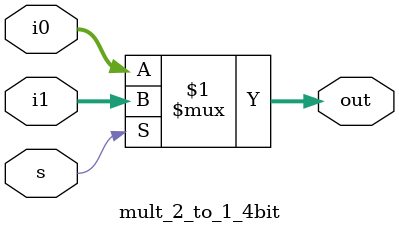
<source format=v>
module mult_2_to_1_4bit(i0, i1, s, out); // S -> select
input [3:0] i0, i1;
input s;
output [3:0] out;
assign out = s ? i1:i0;
endmodule

</source>
